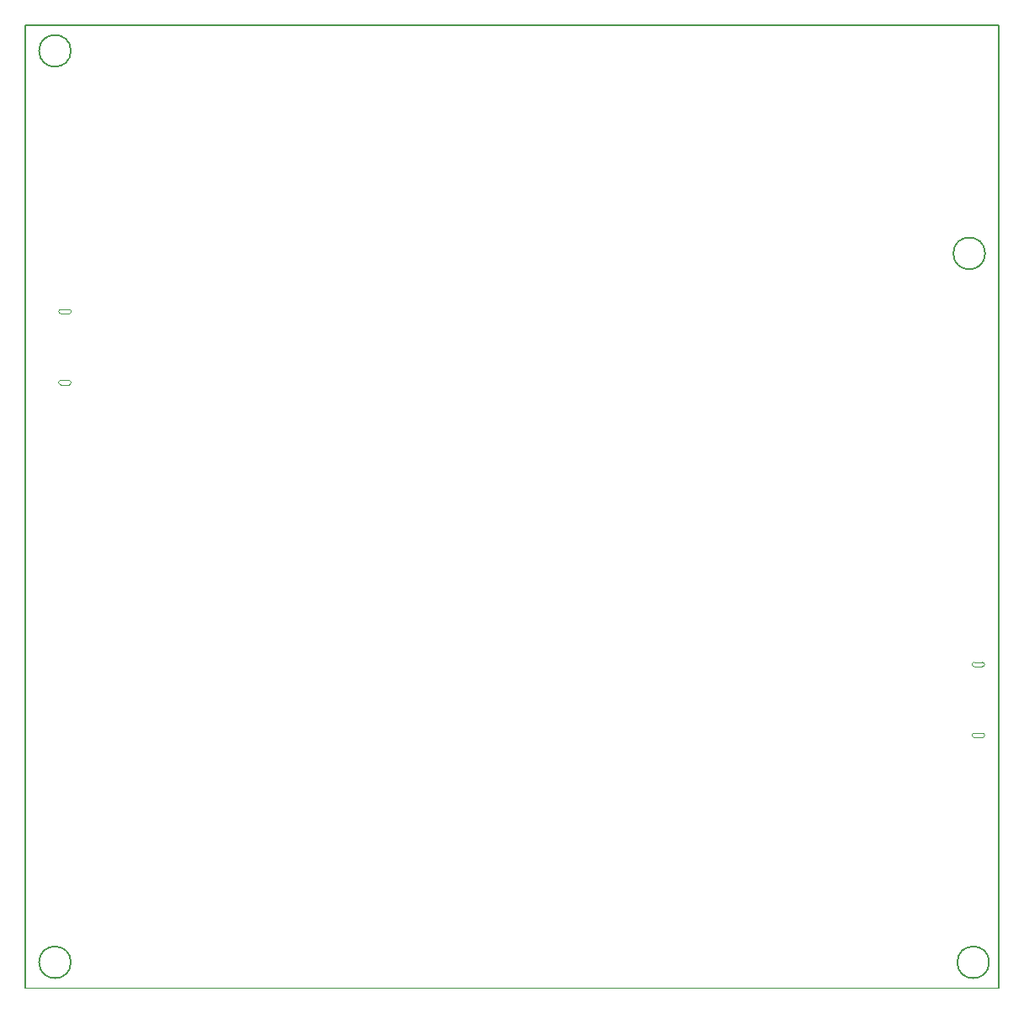
<source format=gbr>
%TF.GenerationSoftware,KiCad,Pcbnew,(5.1.12)-1*%
%TF.CreationDate,2022-03-24T21:15:55-05:00*%
%TF.ProjectId,Psoc-CTF,50736f63-2d43-4544-962e-6b696361645f,rev?*%
%TF.SameCoordinates,Original*%
%TF.FileFunction,Profile,NP*%
%FSLAX46Y46*%
G04 Gerber Fmt 4.6, Leading zero omitted, Abs format (unit mm)*
G04 Created by KiCad (PCBNEW (5.1.12)-1) date 2022-03-24 21:15:55*
%MOMM*%
%LPD*%
G01*
G04 APERTURE LIST*
%TA.AperFunction,Profile*%
%ADD10C,0.150000*%
%TD*%
%TA.AperFunction,Profile*%
%ADD11C,0.100000*%
%TD*%
%TA.AperFunction,Profile*%
%ADD12C,0.010000*%
%TD*%
G04 APERTURE END LIST*
D10*
X117598000Y-48965000D02*
G75*
G03*
X117598000Y-48965000I-1600000J0D01*
G01*
X112998000Y-46365000D02*
X112998000Y-143365000D01*
X210998000Y-46365000D02*
X210998000Y-143365000D01*
X112998000Y-46365000D02*
X210998000Y-46365000D01*
X209598000Y-69365000D02*
G75*
G03*
X209598000Y-69365000I-1600000J0D01*
G01*
X209998000Y-140765000D02*
G75*
G03*
X209998000Y-140765000I-1600000J0D01*
G01*
X117598000Y-140765000D02*
G75*
G03*
X117598000Y-140765000I-1600000J0D01*
G01*
D11*
X210998000Y-143365000D02*
X112998000Y-143365000D01*
D12*
%TO.C,J12*%
X117400000Y-75451000D02*
X116598000Y-75451000D01*
X116598000Y-75001000D02*
X117399000Y-75001000D01*
X117400000Y-82601000D02*
X116598000Y-82601000D01*
X116598000Y-82151000D02*
X117399000Y-82151000D01*
X116373000Y-82376000D02*
G75*
G03*
X116598000Y-82601000I225000J0D01*
G01*
X116598000Y-82151000D02*
G75*
G03*
X116373000Y-82376000I0J-225000D01*
G01*
X117624000Y-82376000D02*
G75*
G02*
X117400000Y-82601000I-224500J-500D01*
G01*
X117399000Y-82151000D02*
G75*
G02*
X117624000Y-82376000I0J-225000D01*
G01*
X116373000Y-75226000D02*
G75*
G03*
X116598000Y-75451000I225000J0D01*
G01*
X116598000Y-75001000D02*
G75*
G03*
X116373000Y-75226000I0J-225000D01*
G01*
X117624000Y-75226000D02*
G75*
G02*
X117400000Y-75451000I-224500J-500D01*
G01*
X117399000Y-75001000D02*
G75*
G02*
X117624000Y-75226000I0J-225000D01*
G01*
%TO.C,J5*%
X209314500Y-110985999D02*
X208513500Y-110985999D01*
X208512500Y-110535999D02*
X209314500Y-110535999D01*
X209314500Y-118135999D02*
X208513500Y-118135999D01*
X208512500Y-117685999D02*
X209314500Y-117685999D01*
X209539500Y-110760999D02*
G75*
G03*
X209314500Y-110535999I-225000J0D01*
G01*
X209314500Y-110985999D02*
G75*
G03*
X209539500Y-110760999I0J225000D01*
G01*
X208288500Y-110760999D02*
G75*
G02*
X208512500Y-110535999I224500J500D01*
G01*
X208513500Y-110985999D02*
G75*
G02*
X208288500Y-110760999I0J225000D01*
G01*
X209539500Y-117910999D02*
G75*
G03*
X209314500Y-117685999I-225000J0D01*
G01*
X209314500Y-118135999D02*
G75*
G03*
X209539500Y-117910999I0J225000D01*
G01*
X208288500Y-117910999D02*
G75*
G02*
X208512500Y-117685999I224500J500D01*
G01*
X208513500Y-118135999D02*
G75*
G02*
X208288500Y-117910999I0J225000D01*
G01*
%TD*%
M02*

</source>
